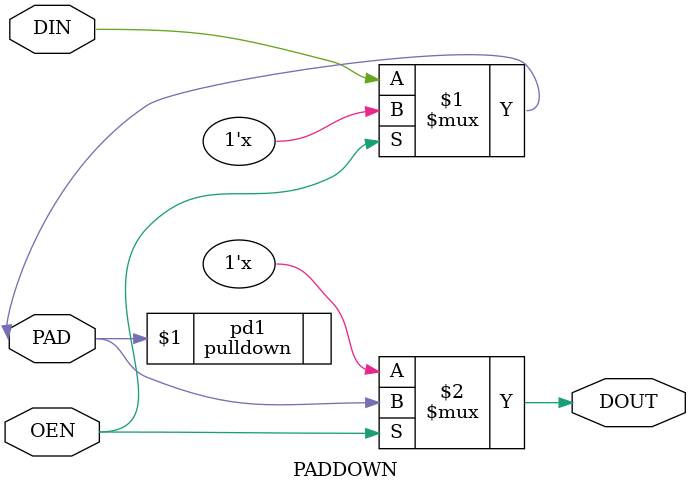
<source format=v>
module PADDOWN(
    // DIN, pad driver when pad configured as output
    // OEN, pad direction(1-input, 0-output)
    input DIN, OEN,
    inout PAD,
    // pad load when pad configured as input
    output DOUT
);

    // input: not effect pad external input logic, output: DIN->PAD
    bufif0(PAD, DIN, OEN); // 0-output
    bufif1(DOUT, PAD, OEN); // 1-input
    pulldown pd1 (PAD);

endmodule

</source>
